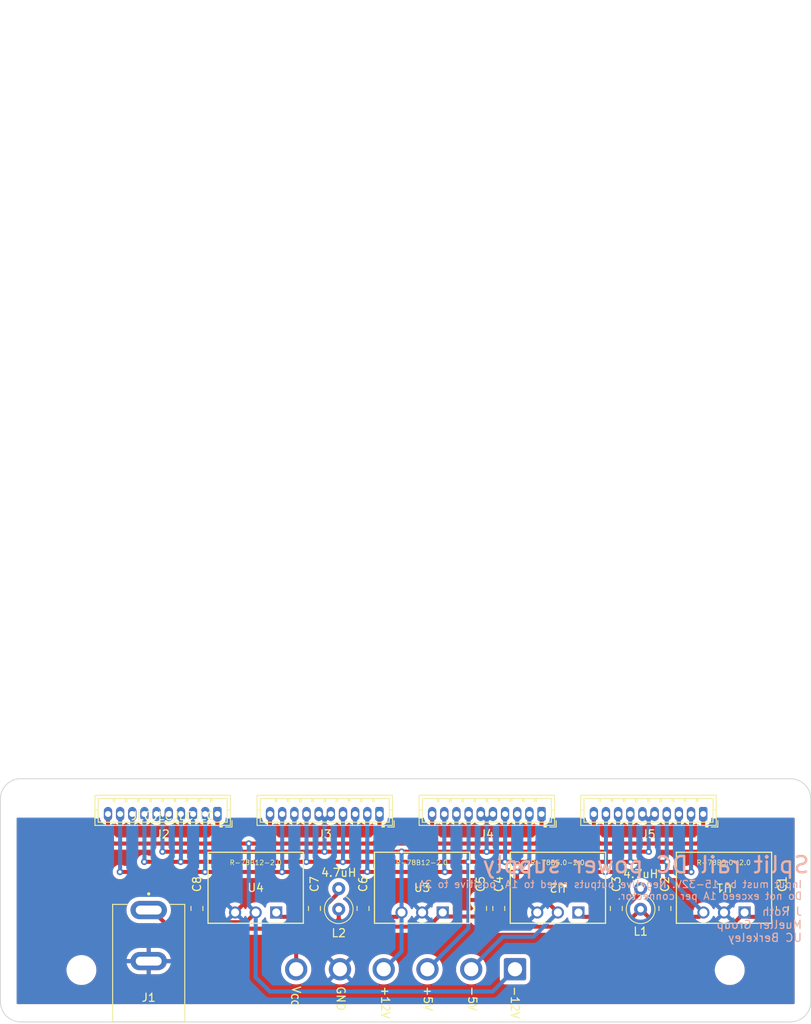
<source format=kicad_pcb>
(kicad_pcb (version 20240108) (generator "pcbnew") (generator_version "8.0")
  (layers (0 "F.Cu" signal) (31 "B.Cu" signal) (34 "B.Paste" user) (35 "F.Paste" user) (36 "B.SilkS" user "B.Silkscreen") (37 "F.SilkS" user "F.Silkscreen") (38 "B.Mask" user) (39 "F.Mask" user) (44 "Edge.Cuts" user))
  (net 0 "")
  (net 1 "VCC")
  (net 2 "GND")
  (net 3 "+12V")
  (net 4 "+5V")
  (net 5 "-5V")
  (net 6 "-12V")
  (net 7 "Net-(U2-V_{in})")
  (net 8 "Net-(U4-V_{in})")
  (footprint "matterwaves:Keystone 621" (layer "F.Cu") (at 175 149.6 180)
    (property "Reference" "H2" (hide yes))
    (property "Value" "Keystone Electronics 621")
    (pad "" np_thru_hole circle (at 0 0 180) (size 3.2 3.2) (drill 3.2) (layers "*.Cu" "*.Mask"))
  )
  (footprint "matterwaves:Keystone 621" (layer "F.Cu") (at 95 149.6 180)
    (property "Reference" "H1" (hide yes))
    (property "Value" "Keystone Electronics 621")
    (pad "" np_thru_hole circle (at 0 0 180) (size 3.2 3.2) (drill 3.2) (layers "*.Cu" "*.Mask"))
  )
  (footprint "Inductor_THT:L_Axial_L7.0mm_D3.3mm_P2.54mm_Vertical_Fastron_MICC" (layer "F.Cu") (at 126.75 142.095 90)
    (property "Reference" "L2" (at -2.3625 0 0) (layer "F.SilkS") (effects (justify top)))
    (property "Value" "4.7u")
    (pad "1" thru_hole circle (at 0 0 90) (size 1.6 1.6) (drill 0.8) (layers "*.Cu" "*.Mask") (net 1 "VCC"))
    (pad "2" thru_hole oval (at 2.54 0 90) (size 1.6 1.6) (drill 0.8) (layers "*.Cu" "*.Mask") (net 8 "Net-(U4-V_{in})"))
  )
  (footprint "Connector_JST:JST_ZH_B10B-ZR_1x10_P1.50mm_Vertical" (layer "F.Cu") (at 171.725 130.35 180)
    (property "Reference" "J5" (at 6.75 -2.5 180) (layer "F.SilkS"))
    (property "Value" "Conn_01x10_Pin")
    (pad "1" thru_hole roundrect (at 0 0 180) (size 1.03 1.73) (drill 0.73) (layers "*.Cu" "*.Mask") (roundrect_rratio 0.242718) (net 6 "-12V"))
    (pad "2" thru_hole oval (at 1.5 0 180) (size 1.03 1.73) (drill 0.73) (layers "*.Cu" "*.Mask") (net 5 "-5V"))
    (pad "3" thru_hole oval (at 3 0 180) (size 1.03 1.73) (drill 0.73) (layers "*.Cu" "*.Mask") (net 2 "GND"))
    (pad "4" thru_hole oval (at 4.5 0 180) (size 1.03 1.73) (drill 0.73) (layers "*.Cu" "*.Mask") (net 4 "+5V"))
    (pad "5" thru_hole oval (at 6 0 180) (size 1.03 1.73) (drill 0.73) (layers "*.Cu" "*.Mask") (net 3 "+12V"))
    (pad "6" thru_hole oval (at 7.5 0 180) (size 1.03 1.73) (drill 0.73) (layers "*.Cu" "*.Mask") (net 3 "+12V"))
    (pad "7" thru_hole oval (at 9 0 180) (size 1.03 1.73) (drill 0.73) (layers "*.Cu" "*.Mask") (net 4 "+5V"))
    (pad "8" thru_hole oval (at 10.5 0 180) (size 1.03 1.73) (drill 0.73) (layers "*.Cu" "*.Mask") (net 2 "GND"))
    (pad "9" thru_hole oval (at 12 0 180) (size 1.03 1.73) (drill 0.73) (layers "*.Cu" "*.Mask") (net 5 "-5V"))
    (pad "10" thru_hole oval (at 13.5 0 180) (size 1.03 1.73) (drill 0.73) (layers "*.Cu" "*.Mask") (net 6 "-12V"))
  )
  (footprint "Capacitor_SMD:C_0805_2012Metric_Pad1.18x1.45mm_HandSolder" (layer "F.Cu") (at 123.75 142 90)
    (property "Reference" "C7" (at 3 0 90) (layer "F.SilkS"))
    (property "Value" "10u")
    (pad "1" smd roundrect (at -1.0375 0 90) (size 1.175 1.45) (layers "F.Cu" "F.Paste" "F.Mask") (roundrect_rratio 0.2127659574) (net 8 "Net-(U4-V_{in})"))
    (pad "2" smd roundrect (at 1.0375 0 90) (size 1.175 1.45) (layers "F.Cu" "F.Paste" "F.Mask") (roundrect_rratio 0.2127659574) (net 2 "GND"))
  )
  (footprint "matterwaves:CUI_PJ-037B" (layer "F.Cu") (at 103.3 142.2 -90)
    (property "Reference" "J1" (at 10.8 0 0) (layer "F.SilkS") (effects (font (size 1.000315 1.000315))))
    (property "Value" "Conn_Coaxial_Power")
    (pad "1" thru_hole oval (at 0 0 270) (size 2.25 4.5) (drill oval 1.1 3.2) (layers "*.Cu" "*.Mask") (net 1 "VCC"))
    (pad "2" thru_hole oval (at 6.3 0 270) (size 2.25 4.5) (drill oval 1.1 3.2) (layers "*.Cu" "*.Mask") (net 2 "GND"))
  )
  (footprint "matterwaves:R-78Bxx-2.0" (layer "F.Cu") (at 139.58 142.5 180)
    (property "Reference" "U3" (at 2.54 3.049999 0) (layer "F.SilkS"))
    (property "Value" "R-78B12-2.0")
    (pad "1" thru_hole rect (at 0 0 180) (size 1.4986 1.4986) (drill 0.9906) (layers "*.Cu" "*.Mask") (net 1 "VCC"))
    (pad "2" thru_hole circle (at 2.54 0 180) (size 1.4986 1.4986) (drill 0.9906) (layers "*.Cu" "*.Mask") (net 2 "GND"))
    (pad "3" thru_hole circle (at 5.08 0 180) (size 1.4986 1.4986) (drill 0.9906) (layers "*.Cu" "*.Mask") (net 3 "+12V"))
  )
  (footprint "Capacitor_SMD:C_0805_2012Metric_Pad1.18x1.45mm_HandSolder" (layer "F.Cu") (at 181.5 142 90)
    (property "Reference" "C1" (at 3 0 90) (layer "F.SilkS"))
    (property "Value" "10u")
    (pad "1" smd roundrect (at -1.0375 0 90) (size 1.175 1.45) (layers "F.Cu" "F.Paste" "F.Mask") (roundrect_rratio 0.2127659574) (net 1 "VCC"))
    (pad "2" smd roundrect (at 1.0375 0 90) (size 1.175 1.45) (layers "F.Cu" "F.Paste" "F.Mask") (roundrect_rratio 0.2127659574) (net 2 "GND"))
  )
  (footprint "Capacitor_SMD:C_0805_2012Metric_Pad1.18x1.45mm_HandSolder" (layer "F.Cu") (at 129.75 142 90)
    (property "Reference" "C6" (at 3 0 90) (layer "F.SilkS"))
    (property "Value" "10u")
    (pad "1" smd roundrect (at -1.0375 0 90) (size 1.175 1.45) (layers "F.Cu" "F.Paste" "F.Mask") (roundrect_rratio 0.2127659574) (net 3 "+12V"))
    (pad "2" smd roundrect (at 1.0375 0 90) (size 1.175 1.45) (layers "F.Cu" "F.Paste" "F.Mask") (roundrect_rratio 0.2127659574) (net 2 "GND"))
  )
  (footprint "Inductor_THT:L_Axial_L7.0mm_D3.3mm_P2.54mm_Vertical_Fastron_MICC" (layer "F.Cu") (at 164 142.095 90)
    (property "Reference" "L1" (at -2.1625 0 180) (layer "F.SilkS") (effects (justify top)))
    (property "Value" "4.7u")
    (pad "1" thru_hole circle (at 0 0 90) (size 1.6 1.6) (drill 0.8) (layers "*.Cu" "*.Mask") (net 1 "VCC"))
    (pad "2" thru_hole oval (at 2.54 0 90) (size 1.6 1.6) (drill 0.8) (layers "*.Cu" "*.Mask") (net 7 "Net-(U2-V_{in})"))
  )
  (footprint "Capacitor_SMD:C_0805_2012Metric_Pad1.18x1.45mm_HandSolder" (layer "F.Cu") (at 167 142 90)
    (property "Reference" "C2" (at 3 0 90) (layer "F.SilkS"))
    (property "Value" "10u")
    (pad "1" smd roundrect (at -1.0375 0 90) (size 1.175 1.45) (layers "F.Cu" "F.Paste" "F.Mask") (roundrect_rratio 0.2127659574) (net 4 "+5V"))
    (pad "2" smd roundrect (at 1.0375 0 90) (size 1.175 1.45) (layers "F.Cu" "F.Paste" "F.Mask") (roundrect_rratio 0.2127659574) (net 2 "GND"))
  )
  (footprint "matterwaves:R-78Bxx-2.0" (layer "F.Cu") (at 119.04 142.5 180)
    (property "Reference" "U4" (at 2.54 3.049999 0) (layer "F.SilkS"))
    (property "Value" "R-78B12-2.0")
    (pad "1" thru_hole rect (at 0 0 180) (size 1.4986 1.4986) (drill 0.9906) (layers "*.Cu" "*.Mask") (net 8 "Net-(U4-V_{in})"))
    (pad "2" thru_hole circle (at 2.54 0 180) (size 1.4986 1.4986) (drill 0.9906) (layers "*.Cu" "*.Mask") (net 6 "-12V"))
    (pad "3" thru_hole circle (at 5.08 0 180) (size 1.4986 1.4986) (drill 0.9906) (layers "*.Cu" "*.Mask") (net 2 "GND"))
  )
  (footprint "Connector_Wire:SolderWire-1sqmm_1x06_P5.4mm_D1.4mm_OD2.7mm" (layer "F.Cu") (at 148.5 149.5 180)
    (property "Reference" "J7" (hide yes))
    (property "Value" "Conn_01x06")
    (pad "1" thru_hole roundrect (at 0 0 180) (size 2.75 2.75) (drill 1.75) (layers "*.Cu" "*.Mask") (roundrect_rratio 0.090909) (net 6 "-12V"))
    (pad "2" thru_hole circle (at 5.4 0 180) (size 2.75 2.75) (drill 1.75) (layers "*.Cu" "*.Mask") (net 5 "-5V"))
    (pad "3" thru_hole circle (at 10.8 0 180) (size 2.75 2.75) (drill 1.75) (layers "*.Cu" "*.Mask") (net 4 "+5V"))
    (pad "4" thru_hole circle (at 16.2 0 180) (size 2.75 2.75) (drill 1.75) (layers "*.Cu" "*.Mask") (net 3 "+12V"))
    (pad "5" thru_hole circle (at 21.6 0 180) (size 2.75 2.75) (drill 1.75) (layers "*.Cu" "*.Mask") (net 2 "GND"))
    (pad "6" thru_hole circle (at 27 0 180) (size 2.75 2.75) (drill 1.75) (layers "*.Cu" "*.Mask") (net 1 "VCC"))
  )
  (footprint "Capacitor_SMD:C_0805_2012Metric_Pad1.18x1.45mm_HandSolder" (layer "F.Cu") (at 109.25 142 90)
    (property "Reference" "C8" (at 3 0 90) (layer "F.SilkS"))
    (property "Value" "10u")
    (pad "1" smd roundrect (at -1.0375 0 90) (size 1.175 1.45) (layers "F.Cu" "F.Paste" "F.Mask") (roundrect_rratio 0.2127659574) (net 6 "-12V"))
    (pad "2" smd roundrect (at 1.0375 0 90) (size 1.175 1.45) (layers "F.Cu" "F.Paste" "F.Mask") (roundrect_rratio 0.2127659574) (net 2 "GND"))
  )
  (footprint "Capacitor_SMD:C_0805_2012Metric_Pad1.18x1.45mm_HandSolder" (layer "F.Cu") (at 144.25 142 90)
    (property "Reference" "C5" (at 3 0 90) (layer "F.SilkS"))
    (property "Value" "10u")
    (pad "1" smd roundrect (at -1.0375 0 90) (size 1.175 1.45) (layers "F.Cu" "F.Paste" "F.Mask") (roundrect_rratio 0.2127659574) (net 1 "VCC"))
    (pad "2" smd roundrect (at 1.0375 0 90) (size 1.175 1.45) (layers "F.Cu" "F.Paste" "F.Mask") (roundrect_rratio 0.2127659574) (net 2 "GND"))
  )
  (footprint "Connector_JST:JST_ZH_B10B-ZR_1x10_P1.50mm_Vertical" (layer "F.Cu") (at 151.775 130.35 180)
    (property "Reference" "J4" (at 6.75 -2.5 180) (layer "F.SilkS"))
    (property "Value" "Conn_01x10_Pin")
    (pad "1" thru_hole roundrect (at 0 0 180) (size 1.03 1.73) (drill 0.73) (layers "*.Cu" "*.Mask") (roundrect_rratio 0.242718) (net 6 "-12V"))
    (pad "2" thru_hole oval (at 1.5 0 180) (size 1.03 1.73) (drill 0.73) (layers "*.Cu" "*.Mask") (net 5 "-5V"))
    (pad "3" thru_hole oval (at 3 0 180) (size 1.03 1.73) (drill 0.73) (layers "*.Cu" "*.Mask") (net 2 "GND"))
    (pad "4" thru_hole oval (at 4.5 0 180) (size 1.03 1.73) (drill 0.73) (layers "*.Cu" "*.Mask") (net 4 "+5V"))
    (pad "5" thru_hole oval (at 6 0 180) (size 1.03 1.73) (drill 0.73) (layers "*.Cu" "*.Mask") (net 3 "+12V"))
    (pad "6" thru_hole oval (at 7.5 0 180) (size 1.03 1.73) (drill 0.73) (layers "*.Cu" "*.Mask") (net 3 "+12V"))
    (pad "7" thru_hole oval (at 9 0 180) (size 1.03 1.73) (drill 0.73) (layers "*.Cu" "*.Mask") (net 4 "+5V"))
    (pad "8" thru_hole oval (at 10.5 0 180) (size 1.03 1.73) (drill 0.73) (layers "*.Cu" "*.Mask") (net 2 "GND"))
    (pad "9" thru_hole oval (at 12 0 180) (size 1.03 1.73) (drill 0.73) (layers "*.Cu" "*.Mask") (net 5 "-5V"))
    (pad "10" thru_hole oval (at 13.5 0 180) (size 1.03 1.73) (drill 0.73) (layers "*.Cu" "*.Mask") (net 6 "-12V"))
  )
  (footprint "Connector_JST:JST_ZH_B10B-ZR_1x10_P1.50mm_Vertical" (layer "F.Cu") (at 111.775 130.35 180)
    (property "Reference" "J2" (at 6.75 -2.5 0) (layer "F.SilkS"))
    (property "Value" "Conn_01x10_Pin")
    (pad "1" thru_hole roundrect (at 0 0 180) (size 1.03 1.73) (drill 0.73) (layers "*.Cu" "*.Mask") (roundrect_rratio 0.242718) (net 6 "-12V"))
    (pad "2" thru_hole oval (at 1.5 0 180) (size 1.03 1.73) (drill 0.73) (layers "*.Cu" "*.Mask") (net 5 "-5V"))
    (pad "3" thru_hole oval (at 3 0 180) (size 1.03 1.73) (drill 0.73) (layers "*.Cu" "*.Mask") (net 2 "GND"))
    (pad "4" thru_hole oval (at 4.5 0 180) (size 1.03 1.73) (drill 0.73) (layers "*.Cu" "*.Mask") (net 4 "+5V"))
    (pad "5" thru_hole oval (at 6 0 180) (size 1.03 1.73) (drill 0.73) (layers "*.Cu" "*.Mask") (net 3 "+12V"))
    (pad "6" thru_hole oval (at 7.5 0 180) (size 1.03 1.73) (drill 0.73) (layers "*.Cu" "*.Mask") (net 3 "+12V"))
    (pad "7" thru_hole oval (at 9 0 180) (size 1.03 1.73) (drill 0.73) (layers "*.Cu" "*.Mask") (net 4 "+5V"))
    (pad "8" thru_hole oval (at 10.5 0 180) (size 1.03 1.73) (drill 0.73) (layers "*.Cu" "*.Mask") (net 2 "GND"))
    (pad "9" thru_hole oval (at 12 0 180) (size 1.03 1.73) (drill 0.73) (layers "*.Cu" "*.Mask") (net 5 "-5V"))
    (pad "10" thru_hole oval (at 13.5 0 180) (size 1.03 1.73) (drill 0.73) (layers "*.Cu" "*.Mask") (net 6 "-12V"))
  )
  (footprint "Capacitor_SMD:C_0805_2012Metric_Pad1.18x1.45mm_HandSolder" (layer "F.Cu") (at 146.5 142 90)
    (property "Reference" "C4" (at 3 0 90) (layer "F.SilkS"))
    (property "Value" "10u")
    (pad "1" smd roundrect (at -1.0375 0 90) (size 1.175 1.45) (layers "F.Cu" "F.Paste" "F.Mask") (roundrect_rratio 0.2127659574) (net 5 "-5V"))
    (pad "2" smd roundrect (at 1.0375 0 90) (size 1.175 1.45) (layers "F.Cu" "F.Paste" "F.Mask") (roundrect_rratio 0.2127659574) (net 2 "GND"))
  )
  (footprint "matterwaves:R-78Bxx-2.0" (layer "F.Cu") (at 156.33 142.5 180)
    (property "Reference" "U2" (at 2.54 3.049999 180) (layer "F.SilkS"))
    (property "Value" "R-78B5.0-2.0")
    (pad "1" thru_hole rect (at 0 0 180) (size 1.4986 1.4986) (drill 0.9906) (layers "*.Cu" "*.Mask") (net 7 "Net-(U2-V_{in})"))
    (pad "2" thru_hole circle (at 2.54 0 180) (size 1.4986 1.4986) (drill 0.9906) (layers "*.Cu" "*.Mask") (net 5 "-5V"))
    (pad "3" thru_hole circle (at 5.08 0 180) (size 1.4986 1.4986) (drill 0.9906) (layers "*.Cu" "*.Mask") (net 2 "GND"))
  )
  (footprint "matterwaves:R-78Bxx-2.0" (layer "F.Cu") (at 176.83 142.5 180)
    (property "Reference" "U1" (at 2.54 3.049999 180) (layer "F.SilkS"))
    (property "Value" "R-78B5.0-2.0")
    (pad "1" thru_hole rect (at 0 0 180) (size 1.4986 1.4986) (drill 0.9906) (layers "*.Cu" "*.Mask") (net 1 "VCC"))
    (pad "2" thru_hole circle (at 2.54 0 180) (size 1.4986 1.4986) (drill 0.9906) (layers "*.Cu" "*.Mask") (net 2 "GND"))
    (pad "3" thru_hole circle (at 5.08 0 180) (size 1.4986 1.4986) (drill 0.9906) (layers "*.Cu" "*.Mask") (net 4 "+5V"))
  )
  (footprint "Capacitor_SMD:C_0805_2012Metric_Pad1.18x1.45mm_HandSolder" (layer "F.Cu") (at 161 142 90)
    (property "Reference" "C3" (at 3 0 90) (layer "F.SilkS"))
    (property "Value" "10u")
    (pad "1" smd roundrect (at -1.0375 0 90) (size 1.175 1.45) (layers "F.Cu" "F.Paste" "F.Mask") (roundrect_rratio 0.2127659574) (net 7 "Net-(U2-V_{in})"))
    (pad "2" smd roundrect (at 1.0375 0 90) (size 1.175 1.45) (layers "F.Cu" "F.Paste" "F.Mask") (roundrect_rratio 0.2127659574) (net 2 "GND"))
  )
  (footprint "Connector_JST:JST_ZH_B10B-ZR_1x10_P1.50mm_Vertical" (layer "F.Cu") (at 131.775 130.35 180)
    (property "Reference" "J3" (at 6.75 -2.5 180) (layer "F.SilkS"))
    (property "Value" "Conn_01x10_Pin")
    (pad "1" thru_hole roundrect (at 0 0 180) (size 1.03 1.73) (drill 0.73) (layers "*.Cu" "*.Mask") (roundrect_rratio 0.242718) (net 6 "-12V"))
    (pad "2" thru_hole oval (at 1.5 0 180) (size 1.03 1.73) (drill 0.73) (layers "*.Cu" "*.Mask") (net 5 "-5V"))
    (pad "3" thru_hole oval (at 3 0 180) (size 1.03 1.73) (drill 0.73) (layers "*.Cu" "*.Mask") (net 2 "GND"))
    (pad "4" thru_hole oval (at 4.5 0 180) (size 1.03 1.73) (drill 0.73) (layers "*.Cu" "*.Mask") (net 4 "+5V"))
    (pad "5" thru_hole oval (at 6 0 180) (size 1.03 1.73) (drill 0.73) (layers "*.Cu" "*.Mask") (net 3 "+12V"))
    (pad "6" thru_hole oval (at 7.5 0 180) (size 1.03 1.73) (drill 0.73) (layers "*.Cu" "*.Mask") (net 3 "+12V"))
    (pad "7" thru_hole oval (at 9 0 180) (size 1.03 1.73) (drill 0.73) (layers "*.Cu" "*.Mask") (net 4 "+5V"))
    (pad "8" thru_hole oval (at 10.5 0 180) (size 1.03 1.73) (drill 0.73) (layers "*.Cu" "*.Mask") (net 2 "GND"))
    (pad "9" thru_hole oval (at 12 0 180) (size 1.03 1.73) (drill 0.73) (layers "*.Cu" "*.Mask") (net 5 "-5V"))
    (pad "10" thru_hole oval (at 13.5 0 180) (size 1.03 1.73) (drill 0.73) (layers "*.Cu" "*.Mask") (net 6 "-12V"))
  )
  (gr_arc (start 87.5 156) (mid 85.732233 155.267767) (end 85 153.5) (stroke (width 0.1)) (layer "Edge.Cuts"))
  (gr_line (start 185 128.5) (end 185 153.5) (stroke (width 0.1)) (layer "Edge.Cuts"))
  (gr_line (start 87.5 126) (end 182.5 126) (stroke (width 0.1)) (layer "Edge.Cuts"))
  (gr_arc (start 182.5 126) (mid 184.267767 126.732233) (end 185 128.5) (stroke (width 0.1)) (layer "Edge.Cuts"))
  (gr_line (start 87.5 156) (end 182.5 156) (stroke (width 0.1)) (layer "Edge.Cuts"))
  (gr_arc (start 185 153.5) (mid 184.267767 155.267767) (end 182.5 156) (stroke (width 0.1)) (layer "Edge.Cuts"))
  (gr_arc (start 85 128.5) (mid 85.732233 126.732233) (end 87.5 126) (stroke (width 0.1)) (layer "Edge.Cuts"))
  (gr_line (start 85 128.5) (end 85 153.5) (stroke (width 0.1)) (layer "Edge.Cuts"))
  (gr_text "Input must be 15-32V. Negative outputs rated to 1A, positive to 2A.\nDo not exceed 1A per connector." (at 184 141 0) (layer "B.SilkS") (effects (font (size 0.9 0.9) (thickness 0.135) (bold yes)) (justify left bottom mirror)))
  (gr_text "v8" (at 150 137.25 0) (layer "B.SilkS") (effects (font (size 0.9 0.9) (thickness 0.135) (bold yes)) (justify left bottom mirror)))
  (gr_text "J Roth\nMueller Group\nUC Berkeley" (at 184 144 0) (layer "B.SilkS") (effects (font (size 1 1)) (justify left mirror)))
  (gr_text "Split rail DC power supply" (at 185 137.8 0) (layer "B.SilkS") (effects (font (size 2 2) (thickness 0.3)) (justify left bottom mirror)))
  (gr_text "R-78B12-2.0" (at 116.5 136 0) (layer "F.SilkS") (effects (font (size 0.6 0.6) (thickness 0.08)) (justify top)))
  (gr_text "4.7uH" (at 164 137.75 0) (layer "F.SilkS") (effects (font (size 1 1))))
  (gr_text "+12V" (at 132.5 151.5 270) (layer "F.SilkS") (effects (font (size 1 1)) (justify left)))
  (gr_text "R-78B5.0-2.0" (at 174.25 136 0) (layer "F.SilkS") (effects (font (size 0.6 0.6) (thickness 0.08)) (justify top)))
  (gr_text "R-78B12-2.0" (at 137 136 0) (layer "F.SilkS") (effects (font (size 0.6 0.6) (thickness 0.08)) (justify top)))
  (gr_text "JLCJLCJLCJLC" (at 106.25 130.6 0) (layer "F.SilkS") (effects (font (size 1 1))))
  (gr_text "-12V" (at 148.5 151.5 270) (layer "F.SilkS") (effects (font (size 1 1)) (justify left)))
  (gr_text "R-78B5.0-2.0" (at 153.75 136 0) (layer "F.SilkS") (effects (font (size 0.6 0.6) (thickness 0.08)) (justify top)))
  (gr_text "+5V" (at 137.75 151.5 270) (layer "F.SilkS") (effects (font (size 1 1)) (justify left)))
  (gr_text "-5V" (at 143.25 151.5 270) (layer "F.SilkS") (effects (font (size 1 1)) (justify left)))
  (gr_text "V_{CC}" (at 121.5 151.5 270) (layer "F.SilkS") (effects (font (size 1 1)) (justify left)))
  (gr_text "GND" (at 127 151.5 270) (layer "F.SilkS") (effects (font (size 1 1)) (justify left)))
  (gr_text "4.7uH" (at 126.75 137.59 0) (layer "F.SilkS") (effects (font (size 1 1))))
  (segment (start 161.845 144.25) (end 164 142.095) (width 0.5) (layer "F.Cu") (net 1))
  (segment (start 145.4625 144.25) (end 144.25 143.0375) (width 0.5) (layer "F.Cu") (net 1))
  (segment (start 127.6725 144.25) (end 137.83 144.25) (width 0.5) (layer "F.Cu") (net 1))
  (segment (start 126.75 143.3275) (end 125.5775 144.5) (width 0.5) (layer "F.Cu") (net 1))
  (segment (start 165.98 144.075) (end 175.255 144.075) (width 0.5) (layer "F.Cu") (net 1))
  (segment (start 137.83 144.25) (end 139.58 142.5) (width 0.5) (layer "F.Cu") (net 1))
  (segment (start 103.75 142.25) (end 103.75 142.2) (width 0.5) (layer "F.Cu") (net 1))
  (segment (start 175.255 144.075) (end 176.83 142.5) (width 0.5) (layer "F.Cu") (net 1))
  (segment (start 126.75 143.3275) (end 127.6725 144.25) (width 0.5) (layer "F.Cu") (net 1))
  (segment (start 161.845 144.25) (end 145.4625 144.25) (width 0.5) (layer "F.Cu") (net 1))
  (segment (start 126.75 142.095) (end 126.75 143.3275) (width 0.5) (layer "F.Cu") (net 1))
  (segment (start 103.7 142.2) (end 103.3 142.2) (width 0.5) (layer "F.Cu") (net 1))
  (segment (start 125.5775 144.5) (end 121.5 144.5) (width 0.5) (layer "F.Cu") (net 1))
  (segment (start 121.5 144.5) (end 106 144.5) (width 0.5) (layer "F.Cu") (net 1))
  (segment (start 106 144.5) (end 103.7 142.2) (width 0.5) (layer "F.Cu") (net 1))
  (segment (start 164 142.095) (end 165.98 144.075) (width 0.5) (layer "F.Cu") (net 1))
  (segment (start 139.58 142.5) (end 140.08 143) (width 0.5) (layer "F.Cu") (net 1))
  (segment (start 144.2125 143) (end 144.25 143.0375) (width 0.5) (layer "F.Cu") (net 1))
  (segment (start 121.5 144.5) (end 121.5 149.5) (width 0.5) (layer "F.Cu") (net 1))
  (segment (start 177.3675 143.0375) (end 176.83 142.5) (width 0.5) (layer "F.Cu") (net 1))
  (segment (start 181.5 143.0375) (end 177.3675 143.0375) (width 0.5) (layer "F.Cu") (net 1))
  (segment (start 140.08 143) (end 144.2125 143) (width 0.5) (layer "F.Cu") (net 1))
  (via (at 154.65 139.2) (size 0.8) (drill 0.4) (layers "F.Cu" "B.Cu") (net 2))
  (segment (start 145 135) (end 165 135) (width 0.5) (layer "F.Cu") (net 3))
  (segment (start 133.9625 143.0375) (end 134.5 142.5) (width 0.5) (layer "F.Cu") (net 3))
  (segment (start 125 135) (end 105 135) (width 0.5) (layer "F.Cu") (net 3))
  (segment (start 129.75 143.0375) (end 133.9625 143.0375) (width 0.5) (layer "F.Cu") (net 3))
  (segment (start 145 135) (end 125 135) (width 0.5) (layer "F.Cu") (net 3))
  (via (at 145 135) (size 0.8) (drill 0.4) (layers "F.Cu" "B.Cu") (net 3))
  (via (at 134.5 135) (size 0.8) (drill 0.4) (layers "F.Cu" "B.Cu") (net 3))
  (via (at 125 135) (size 0.8) (drill 0.4) (layers "F.Cu" "B.Cu") (net 3))
  (via (at 165 135) (size 0.8) (drill 0.4) (layers "F.Cu" "B.Cu") (net 3))
  (via (at 105 135) (size 0.8) (drill 0.4) (layers "F.Cu" "B.Cu") (net 3))
  (segment (start 134.5 142.5) (end 134.5 135) (width 0.5) (layer "B.Cu") (net 3))
  (segment (start 105 131.075) (end 104.275 130.35) (width 0.5) (layer "B.Cu") (net 3))
  (segment (start 145.05 131.075) (end 145.775 130.35) (width 0.5) (layer "B.Cu") (net 3))
  (segment (start 165 131.075) (end 165.725 130.35) (width 0.5) (layer "B.Cu") (net 3))
  (segment (start 145 131.075) (end 145.05 131.075) (width 0.5) (layer "B.Cu") (net 3))
  (segment (start 134.5 142.5) (end 134.5 147.3) (width 0.5) (layer "B.Cu") (net 3))
  (segment (start 125 131.075) (end 125.05 131.075) (width 0.5) (layer "B.Cu") (net 3))
  (segment (start 125.05 131.075) (end 125.775 130.35) (width 0.5) (layer "B.Cu") (net 3))
  (segment (start 125 131.075) (end 124.275 130.35) (width 0.5) (layer "B.Cu") (net 3))
  (segment (start 105 135) (end 105 131.075) (width 0.5) (layer "B.Cu") (net 3))
  (segment (start 105 131.075) (end 105.05 131.075) (width 0.5) (layer "B.Cu") (net 3))
  (segment (start 145 131.075) (end 144.275 130.35) (width 0.5) (layer "B.Cu") (net 3))
  (segment (start 165 135) (end 165 131.125) (width 0.5) (layer "B.Cu") (net 3))
  (segment (start 134.5 147.3) (end 132.3 149.5) (width 0.5) (layer "B.Cu") (net 3))
  (segment (start 125 135) (end 125 131.075) (width 0.5) (layer "B.Cu") (net 3))
  (segment (start 165 131.125) (end 165 131.075) (width 0.5) (layer "B.Cu") (net 3))
  (segment (start 105.05 131.075) (end 105.775 130.35) (width 0.5) (layer "B.Cu") (net 3))
  (segment (start 165 131.125) (end 164.225 130.35) (width 0.5) (layer "B.Cu") (net 3))
  (segment (start 145 135) (end 145 131.075) (width 0.5) (layer "B.Cu") (net 3))
  (segment (start 162.75 136.25) (end 167.25 136.25) (width 0.5) (layer "F.Cu") (net 4))
  (segment (start 142.75 136.25) (end 147.25 136.25) (width 0.5) (layer "F.Cu") (net 4))
  (segment (start 122.75 136.25) (end 107.25 136.25) (width 0.5) (layer "F.Cu") (net 4))
  (segment (start 127.25 136.25) (end 122.75 136.25) (width 0.5) (layer "F.Cu") (net 4))
  (segment (start 147.25 136.25) (end 162.75 136.25) (width 0.5) (layer "F.Cu") (net 4))
  (segment (start 167 143.0375) (end 171.2125 143.0375) (width 0.5) (layer "F.Cu") (net 4))
  (segment (start 142.75 136.25) (end 127.25 136.25) (width 0.5) (layer "F.Cu") (net 4))
  (segment (start 102.75 136.25) (end 107.25 136.25) (width 0.5) (layer "F.Cu") (net 4))
  (segment (start 171.2125 143.0375) (end 171.75 142.5) (width 0.5) (layer "F.Cu") (net 4))
  (via (at 167.25 136.25) (size 0.8) (drill 0.4) (layers "F.Cu" "B.Cu") (net 4))
  (via (at 102.75 136.25) (size 0.8) (drill 0.4) (layers "F.Cu" "B.Cu") (net 4))
  (via (at 127.25 136.25) (size 0.8) (drill 0.4) (layers "F.Cu" "B.Cu") (net 4))
  (via (at 147.25 136.25) (size 0.8) (drill 0.4) (layers "F.Cu" "B.Cu") (net 4))
  (via (at 142.75 136.25) (size 0.8) (drill 0.4) (layers "F.Cu" "B.Cu") (net 4))
  (via (at 107.25 136.25) (size 0.8) (drill 0.4) (layers "F.Cu" "B.Cu") (net 4))
  (via (at 122.75 136.25) (size 0.8) (drill 0.4) (layers "F.Cu" "B.Cu") (net 4))
  (via (at 162.75 136.25) (size 0.8) (drill 0.4) (layers "F.Cu" "B.Cu") (net 4))
  (segment (start 142.775 136.225) (end 142.75 136.25) (width 0.5) (layer "B.Cu") (net 4))
  (segment (start 102.775 135.975) (end 102.775 130.35) (width 0.5) (layer "B.Cu") (net 4))
  (segment (start 107.275 136.225) (end 107.275 130.35) (width 0.5) (layer "B.Cu") (net 4))
  (segment (start 167.25 136) (end 167.225 135.975) (width 0.5) (layer "B.Cu") (net 4))
  (segment (start 171.75 142.5) (end 167.25 138) (width 0.5) (layer "B.Cu") (net 4))
  (segment (start 127.275 136.225) (end 127.25 136.25) (width 0.5) (layer "B.Cu") (net 4))
  (segment (start 167.225 135.975) (end 167.225 130.35) (width 0.5) (layer "B.Cu") (net 4))
  (segment (start 102.75 136) (end 102.775 135.975) (width 0.5) (layer "B.Cu") (net 4))
  (segment (start 147.275 130.35) (end 147.275 136.225) (width 0.5) (layer "B.Cu") (net 4))
  (segment (start 167.25 136.25) (end 167.25 136) (width 0.5) (layer "B.Cu") (net 4))
  (segment (start 107.25 136.25) (end 107.275 136.225) (width 0.5) (layer "B.Cu") (net 4))
  (segment (start 167.25 138) (end 167.25 136.25) (width 0.5) (layer "B.Cu") (net 4))
  (segment (start 142.75 144.45) (end 137.7 149.5) (width 0.5) (layer "B.Cu") (net 4))
  (segment (start 122.775 136.225) (end 122.75 136.25) (width 0.5) (layer "B.Cu") (net 4))
  (segment (start 142.775 130.35) (end 142.775 136.225) (width 0.5) (layer "B.Cu") (net 4))
  (segment (start 122.775 130.35) (end 122.775 136.225) (width 0.5) (layer "B.Cu") (net 4))
  (segment (start 102.75 136.25) (end 102.75 136) (width 0.5) (layer "B.Cu") (net 4))
  (segment (start 162.75 136.25) (end 162.725 136.225) (width 0.5) (layer "B.Cu") (net 4))
  (segment (start 162.725 136.225) (end 162.725 130.35) (width 0.5) (layer "B.Cu") (net 4))
  (segment (start 142.75 136.25) (end 142.75 144.45) (width 0.5) (layer "B.Cu") (net 4))
  (segment (start 127.275 130.35) (end 127.275 136.225) (width 0.5) (layer "B.Cu") (net 4))
  (segment (start 147.275 136.225) (end 147.25 136.25) (width 0.5) (layer "B.Cu") (net 4))
  (segment (start 110.25 137.5) (end 99.75 137.5) (width 0.5) (layer "F.Cu") (net 5))
  (segment (start 119.75 137.5) (end 110.25 137.5) (width 0.5) (layer "F.Cu") (net 5))
  (segment (start 148.55 137.5) (end 148.65 137.6) (width 0.5) (layer "F.Cu") (net 5))
  (segment (start 148.65 137.6) (end 148.75 137.5) (width 0.5) (layer "F.Cu") (net 5))
  (segment (start 148.75 140.7875) (end 148.2368 141.3007) (width 0.5) (layer "F.Cu") (net 5))
  (segment (start 148.7875 140.75) (end 152.04 140.75) (width 0.5) (layer "F.Cu") (net 5))
  (segment (start 139.85 137.5) (end 148.55 137.5) (width 0.5) (layer "F.Cu") (net 5))
  (segment (start 159.65 137.5) (end 170.25 137.5) (width 0.5) (layer "F.Cu") (net 5))
  (segment (start 170.25 137.5) (end 170.35 137.6) (width 0.5) (layer "F.Cu") (net 5))
  (segment (start 159.65 137.5) (end 148.75 137.5) (width 0.5) (layer "F.Cu") (net 5))
  (segment (start 148.75 137.5) (end 148.75 140.7875) (width 0.5) (layer "F.Cu") (net 5))
  (segment (start 146.5 143.0375) (end 148.2368 141.3007) (width 0.5) (layer "F.Cu") (net 5))
  (segment (start 139.85 137.5) (end 119.75 137.5) (width 0.5) (layer "F.Cu") (net 5))
  (segment (start 152.04 140.75) (end 153.79 142.5) (width 0.5) (layer "F.Cu") (net 5))
  (segment (start 148.2368 141.3007) (end 148.7875 140.75) (width 0.5) (layer "F.Cu") (net 5))
  (via (at 130.275 137.475) (size 0.8) (drill 0.4) (layers "F.Cu" "B.Cu") (net 5))
  (via (at 170.25 137.5) (size 0.8) (drill 0.4) (layers "F.Cu" "B.Cu") (net 5))
  (via (at 139.85 137.5) (size 0.8) (drill 0.4) (layers "F.Cu" "B.Cu") (net 5))
  (via (at 110.25 137.5) (size 0.8) (drill 0.4) (layers "F.Cu" "B.Cu") (net 5))
  (via (at 159.65 137.5) (size 0.8) (drill 0.4) (layers "F.Cu" "B.Cu") (net 5))
  (via (at 148.75 137.5) (size 0.8) (drill 0.4) (layers "F.Cu" "B.Cu") (net 5))
  (via (at 99.75 137.5) (size 0.8) (drill 0.4) (layers "F.Cu" "B.Cu") (net 5))
  (via (at 119.75 137.5) (size 0.8) (drill 0.4) (layers "F.Cu" "B.Cu") (net 5))
  (segment (start 130.275 137.475) (end 130.275 130.35) (width 0.5) (layer "B.Cu") (net 5))
  (segment (start 119.775 130.35) (end 119.775 137.475) (width 0.5) (layer "B.Cu") (net 5))
  (segment (start 143.1 149.4) (end 143.1 149.5) (width 0.5) (layer "B.Cu") (net 5))
  (segment (start 110.275 130.35) (end 110.275 137.475) (width 0.5) (layer "B.Cu") (net 5))
  (segment (start 139.775 137.425) (end 139.775 130.35) (width 0.5) (layer "B.Cu") (net 5))
  (segment (start 159.65 137.5) (end 159.725 137.425) (width 0.5) (layer "B.Cu") (net 5))
  (segment (start 159.725 137.425) (end 159.725 130.35) (width 0.5) (layer "B.Cu") (net 5))
  (segment (start 148.75 137.5) (end 150.275 135.975) (width 0.5) (layer "B.Cu") (net 5))
  (segment (start 170.25 137.5) (end 170.225 137.475) (width 0.5) (layer "B.Cu") (net 5))
  (segment (start 99.775 130.35) (end 99.775 137.475) (width 0.5) (layer "B.Cu") (net 5))
  (segment (start 153.79 142.5) (end 150.79 145.5) (width 0.5) (layer "B.Cu") (net 5))
  (segment (start 147 145.5) (end 143.1 149.4) (width 0.5) (layer "B.Cu") (net 5))
  (segment (start 170.225 137.475) (end 170.225 130.35) (width 0.5) (layer "B.Cu") (net 5))
  (segment (start 150.79 145.5) (end 147 145.5) (width 0.5) (layer "B.Cu") (net 5))
  (segment (start 99.775 137.475) (end 99.75 137.5) (width 0.5) (layer "B.Cu") (net 5))
  (segment (start 139.85 137.5) (end 139.775 137.425) (width 0.5) (layer "B.Cu") (net 5))
  (segment (start 150.275 135.975) (end 150.275 130.35) (width 0.5) (layer "B.Cu") (net 5))
  (segment (start 131 134) (end 119 134) (width 0.5) (layer "F.Cu") (net 6))
  (segment (start 138.275 130.35) (end 138.275 133.275) (width 0.5) (layer "F.Cu") (net 6))
  (segment (start 151.025 134) (end 151.75 133.275) (width 0.5) (layer "F.Cu") (net 6))
  (segment (start 99 134) (end 98.275 133.275) (width 0.5) (layer "F.Cu") (net 6))
  (segment (start 131.725 133.275) (end 131 134) (width 0.5) (layer "F.Cu") (net 6))
  (segment (start 137.55 134) (end 132.5 134) (width 0.5) (layer "F.Cu") (net 6))
  (segment (start 138.275 133.275) (end 139 134) (width 0.5) (layer "F.Cu") (net 6))
  (segment (start 119 134) (end 118.275 133.275) (width 0.5) (layer "F.Cu") (net 6))
  (segment (start 158.225 130.35) (end 158.225 133.225) (width 0.5) (layer "F.Cu") (net 6))
  (segment (start 132.5 134) (end 131.775 133.275) (width 0.5) (layer "F.Cu") (net 6))
  (segment (start 158.225 133.225) (end 159 134) (width 0.5) (layer "F.Cu") (net 6))
  (segment (start 158.225 133.225) (end 157.45 134) (width 0.5) (layer "F.Cu") (net 6))
  (segment (start 109.9118 143.6993) (end 109.25 143.0375) (width 0.5) (layer "F.Cu") (net 6))
  (segment (start 115.3007 143.6993) (end 109.9118 143.6993) (width 0.5) (layer "F.Cu") (net 6))
  (segment (start 152.5 134) (end 151.775 133.275) (width 0.5) (layer "F.Cu") (net 6))
  (segment (start 111.775 133.275) (end 111.775 130.35) (width 0.5) (layer "F.Cu") (net 6))
  (segment (start 115.65 134) (end 112.5 134) (width 0.5) (layer "F.Cu") (net 6))
  (segment (start 111.05 134) (end 99 134) (width 0.5) (layer "F.Cu") (net 6))
  (segment (start 112.5 134) (end 111.775 133.275) (width 0.5) (layer "F.Cu") (net 6))
  (segment (start 151.775 133.275) (end 151.775 130.35) (width 0.5) (layer "F.Cu") (net 6))
  (segment (start 131.775 133.275) (end 131.775 130.35) (width 0.5) (layer "F.Cu") (net 6))
  (segment (start 138.275 133.275) (end 137.55 134) (width 0.5) (layer "F.Cu") (net 6))
  (segment (start 157.45 134) (end 152.5 134) (width 0.5) (layer "F.Cu") (net 6))
  (segment (start 131.775 133.275) (end 131.725 133.275) (width 0.5) (layer "F.Cu") (net 6))
  (segment (start 116.5 142.5) (end 115.3007 143.6993) (width 0.5) (layer "F.Cu") (net 6))
  (segment (start 111.775 133.275) (end 111.05 134) (width 0.5) (layer "F.Cu") (net 6))
  (segment (start 118.275 133.275) (end 118.275 130.35) (width 0.5) (layer "F.Cu") (net 6))
  (segment (start 117.55 134) (end 115.65 134) (width 0.5) (layer "F.Cu") (net 6))
  (segment (start 139 134) (end 151.025 134) (width 0.5) (layer "F.Cu") (net 6))
  (segment (start 118.275 133.275) (end 117.55 134) (width 0.5) (layer "F.Cu") (net 6))
  (segment (start 151.75 133.275) (end 151.775 133.275) (width 0.5) (layer "F.Cu") (net 6))
  (segment (start 159 134) (end 171 134) (width 0.5) (layer "F.Cu") (net 6))
  (segment (start 171 134) (end 171.725 133.275) (width 0.5) (layer "F.Cu") (net 6))
  (segment (start 98.275 133.275) (end 98.275 130.35) (width 0.5) (layer "F.Cu") (net 6))
  (segment (start 171.725 133.275) (end 171.725 130.35) (width 0.5) (layer "F.Cu") (net 6))
  (via (at 115.65 134) (size 0.8) (drill 0.4) (layers "F.Cu" "B.Cu") (net 6))
  (segment (start 145.75 152.25) (end 148.5 149.5) (width 0.5) (layer "B.Cu") (net 6))
  (segment (start 116.5 142.5) (end 116.5 150.5) (width 0.5) (layer "B.Cu") (net 6))
  (segment (start 115.65 141.65) (end 116.5 142.5) (width 0.5) (layer "B.Cu") (net 6))
  (segment (start 118.25 152.25) (end 145.75 152.25) (width 0.5) (layer "B.Cu") (net 6))
  (segment (start 116.5 150.5) (end 118.25 152.25) (width 0.5) (layer "B.Cu") (net 6))
  (segment (start 115.65 134) (end 115.65 141.65) (width 0.5) (layer "B.Cu") (net 6))
  (segment (start 164 140.0375) (end 164 139.555) (width 0.5) (layer "F.Cu") (net 7))
  (segment (start 156.8675 143.0375) (end 156.33 142.5) (width 0.5) (layer "F.Cu") (net 7))
  (segment (start 161 143.0375) (end 164 140.0375) (width 0.5) (layer "F.Cu") (net 7))
  (segment (start 161 143.0375) (end 156.8675 143.0375) (width 0.5) (layer "F.Cu") (net 7))
  (segment (start 126.75 140.0375) (end 126.75 139.555) (width 0.5) (layer "F.Cu") (net 8))
  (segment (start 123.75 143.0375) (end 126.75 140.0375) (width 0.5) (layer "F.Cu") (net 8))
  (segment (start 123.75 143.0375) (end 119.5775 143.0375) (width 0.5) (layer "F.Cu") (net 8))
  (segment (start 119.5775 143.0375) (end 119.04 142.5) (width 0.5) (layer "F.Cu") (net 8))
  (zone (net 2) (net_name "GND") (layer "F.Cu") (connect_pads (clearance 0.5)) (min_thickness 0.25) (fill yes (thermal_gap 0.5) (thermal_bridge_width 0.5))
    (polygon (pts (xy 87 130.8) (xy 183 130.8) (xy 183 153.8) (xy 87 153.8)))
  )
  (zone (net 2) (net_name "GND") (layer "B.Cu") (connect_pads (clearance 0.5)) (min_thickness 0.25) (fill yes (thermal_gap 0.5) (thermal_bridge_width 0.5))
    (polygon (pts (xy 87 130.8) (xy 183 130.8) (xy 183 153.8) (xy 87 153.8)))
  )
)
</source>
